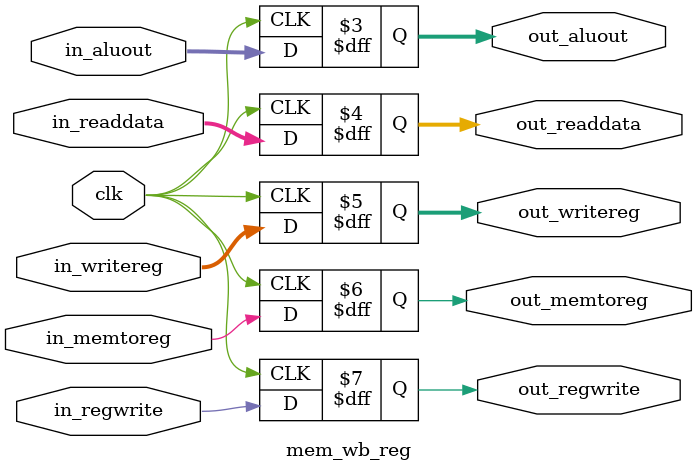
<source format=v>
module if_id_reg(
    input  clk,
    input  reset,
    input [31:0] in_pcplus4,
    input [31:0] in_inst,
    output reg [31:0] out_pcplus4,
    output reg [31:0] out_inst
    ); 

always @ (posedge clk, posedge reset)
    if(reset)
        begin
            out_pcplus4 <= 0;
            out_inst <= 0;
        end
    else
        begin
            out_pcplus4 <= in_pcplus4;
            out_inst <= in_inst;
        end
endmodule


module id_ex_reg(
    input  clk,
    input [31:0]  in_pcplus4,
    output reg [31:0]out_pcplus4,
    input [31:0] in_srca,
    output reg [31:0] out_srca,
    input [31:0] in_writedata,
    output reg [31:0] out_writedata,
    input [4:0] in_rie, in_rde,
    output reg [4:0] out_rie, out_rde,
    input [31:0]in_signimm,
    output reg [31:0] out_signimm,
    // Control Lines WB
    input in_memtoreg,
    input in_regwrite,
    output reg out_memtoreg,
    output reg out_regwrite,
    // Control Lines MEM
    input in_branch,
    input in_memwrite,
    output reg out_branch,
    output reg out_memwrite,
    // Control Lines EX
    input [2:0] in_alucontrol,
    input in_alusrc,
    input in_regdst,
    output reg [2:0] out_alucontrol,
    output reg out_alusrc,
    output reg out_regdst
    );

initial
begin
    out_pcplus4 = 32'b0;
    out_srca = 32'b0;
    out_writedata = 32'b0;
    out_rie = 5'b0; 
    out_rde = 5'b0;
    out_signimm = 32'b0;
    out_memtoreg = 1'b0;
    out_regwrite = 1'b0;
    out_branch = 1'b0;
    out_memwrite = 1'b0;
    out_alucontrol = 3'b0;
    out_alusrc = 1'b1;
    out_regdst = 1'b0;
end

always @ (posedge clk)
begin
    out_pcplus4 <= in_pcplus4;
    out_srca <= in_srca;
    out_writedata <= in_writedata;
    out_rie <= in_rie;
    out_rde <= in_rde;
    out_signimm <= in_signimm;
    // Control Lines WB
    out_memtoreg <= in_memtoreg;
    out_regwrite <= in_regwrite;
    // Control Lines MEM
    out_branch <= in_branch;
    out_memwrite <= in_memwrite;
    // Control Lines EX
    out_alucontrol <= in_alucontrol;
    out_alusrc <= in_alusrc;
    out_regdst <= in_regdst;
end
endmodule


module ex_mem_reg(
    input  clk,
    input in_zero,
    output reg out_zero,
    input [31:0] in_aluout,
    output reg [31:0] out_aluout,
    input [31:0] in_writedata,
    output reg [31:0] out_writedata,
    input [4:0] in_writereg,
    output reg [4:0] out_writereg,
    input [31:0] in_pcbranch,
    output reg [31:0] out_pcbranch,
    // Control Lines WB
    input in_memtoreg,
    input in_regwrite,
    output reg out_memtoreg,
    output reg out_regwrite,
    // Control Lines MEM
    input in_branch,
    input in_memwrite,
    output reg out_branch,
    output reg out_memwrite
    );

initial
begin
    out_zero = 1'b0;
    out_aluout = 32'b0;
    out_writedata = 32'b0;
    out_writereg = 5'b0;
    out_pcbranch = 32'b0;    
    out_memtoreg = 1'b0;
    out_regwrite = 1'b0;
    out_branch = 1'b0;
    out_memwrite = 1'b0;
end

always @ (posedge clk)
begin
    out_zero <= in_zero;
    out_aluout <= in_aluout;
    out_writedata <= in_writedata;
    out_writereg <= in_writereg;
    out_pcbranch <= in_pcbranch;
    // Control Lines WB
    out_memtoreg <= in_memtoreg;
    out_regwrite <= in_regwrite;
    // Control Lines MEM
    out_branch <= in_branch;
    out_memwrite <= in_memwrite;
end
endmodule


module mem_wb_reg(
    input  clk,
    input [31:0] in_aluout,
    output reg [31:0] out_aluout,
    input [31:0] in_readdata,
    output reg [31:0] out_readdata,
    input [4:0] in_writereg,
    output reg [4:0] out_writereg,
    // Control Lines WB
    input in_memtoreg,
    input in_regwrite,
    output reg out_memtoreg,
    output reg out_regwrite
    );

initial
begin
    out_aluout = 32'b0;
    out_readdata = 32'b0;
    out_writereg = 5'b0;
    out_memtoreg = 1'b0;
    out_regwrite = 1'b0;
end

always @ (posedge clk)
begin
    out_aluout <= in_aluout;
    out_readdata <= in_readdata;
    out_writereg <= in_writereg;
    // Control Lines WB
    out_memtoreg <= in_memtoreg;
    out_regwrite <= in_regwrite;
end
endmodule

</source>
